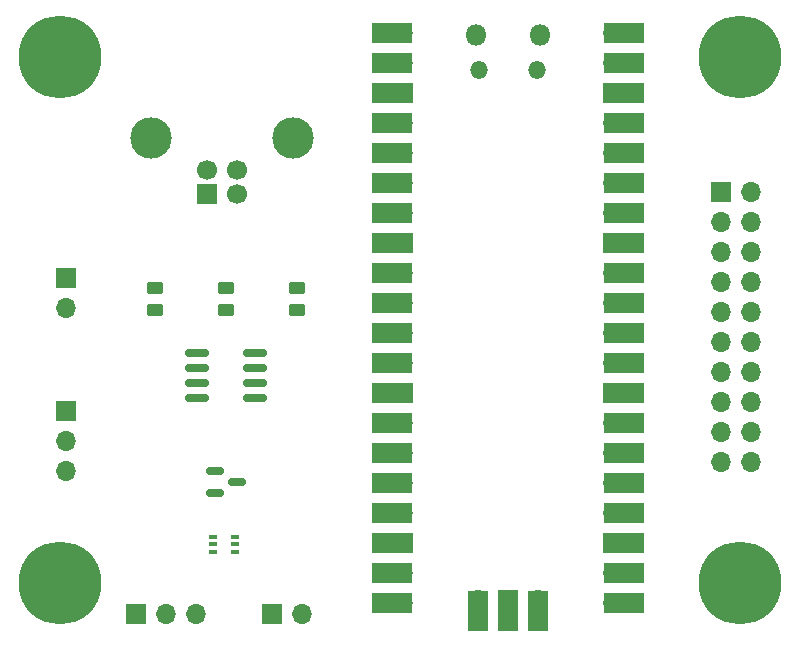
<source format=gbr>
G04 #@! TF.GenerationSoftware,KiCad,Pcbnew,(6.0.0)*
G04 #@! TF.CreationDate,2022-09-19T18:58:25+02:00*
G04 #@! TF.ProjectId,td-io,74642d69-6f2e-46b6-9963-61645f706362,rev?*
G04 #@! TF.SameCoordinates,Original*
G04 #@! TF.FileFunction,Soldermask,Top*
G04 #@! TF.FilePolarity,Negative*
%FSLAX46Y46*%
G04 Gerber Fmt 4.6, Leading zero omitted, Abs format (unit mm)*
G04 Created by KiCad (PCBNEW (6.0.0)) date 2022-09-19 18:58:25*
%MOMM*%
%LPD*%
G01*
G04 APERTURE LIST*
G04 Aperture macros list*
%AMRoundRect*
0 Rectangle with rounded corners*
0 $1 Rounding radius*
0 $2 $3 $4 $5 $6 $7 $8 $9 X,Y pos of 4 corners*
0 Add a 4 corners polygon primitive as box body*
4,1,4,$2,$3,$4,$5,$6,$7,$8,$9,$2,$3,0*
0 Add four circle primitives for the rounded corners*
1,1,$1+$1,$2,$3*
1,1,$1+$1,$4,$5*
1,1,$1+$1,$6,$7*
1,1,$1+$1,$8,$9*
0 Add four rect primitives between the rounded corners*
20,1,$1+$1,$2,$3,$4,$5,0*
20,1,$1+$1,$4,$5,$6,$7,0*
20,1,$1+$1,$6,$7,$8,$9,0*
20,1,$1+$1,$8,$9,$2,$3,0*%
G04 Aperture macros list end*
%ADD10RoundRect,0.250000X-0.450000X0.262500X-0.450000X-0.262500X0.450000X-0.262500X0.450000X0.262500X0*%
%ADD11R,0.650000X0.400000*%
%ADD12RoundRect,0.150000X-0.825000X-0.150000X0.825000X-0.150000X0.825000X0.150000X-0.825000X0.150000X0*%
%ADD13R,1.700000X1.700000*%
%ADD14C,1.700000*%
%ADD15C,3.500000*%
%ADD16O,1.700000X1.700000*%
%ADD17O,1.500000X1.500000*%
%ADD18O,1.800000X1.800000*%
%ADD19R,3.500000X1.700000*%
%ADD20R,1.700000X3.500000*%
%ADD21RoundRect,0.150000X-0.587500X-0.150000X0.587500X-0.150000X0.587500X0.150000X-0.587500X0.150000X0*%
%ADD22C,7.000000*%
G04 APERTURE END LIST*
D10*
G04 #@! TO.C,R1*
X180000000Y-68087500D03*
X180000000Y-69912500D03*
G04 #@! TD*
D11*
G04 #@! TO.C,D1*
X184900000Y-89125000D03*
X184900000Y-89775000D03*
X184900000Y-90425000D03*
X186800000Y-90425000D03*
X186800000Y-89775000D03*
X186800000Y-89125000D03*
G04 #@! TD*
D10*
G04 #@! TO.C,R3*
X192000000Y-68087500D03*
X192000000Y-69912500D03*
G04 #@! TD*
G04 #@! TO.C,R2*
X186000000Y-68087500D03*
X186000000Y-69912500D03*
G04 #@! TD*
D12*
G04 #@! TO.C,U1*
X183525000Y-73595000D03*
X183525000Y-74865000D03*
X183525000Y-76135000D03*
X183525000Y-77405000D03*
X188475000Y-77405000D03*
X188475000Y-76135000D03*
X188475000Y-74865000D03*
X188475000Y-73595000D03*
G04 #@! TD*
D13*
G04 #@! TO.C,J1*
X184450000Y-60077500D03*
D14*
X186950000Y-60077500D03*
X186950000Y-58077500D03*
X184450000Y-58077500D03*
D15*
X179680000Y-55367500D03*
X191720000Y-55367500D03*
G04 #@! TD*
D13*
G04 #@! TO.C,J2*
X189925000Y-95700000D03*
D16*
X192465000Y-95700000D03*
G04 #@! TD*
D17*
G04 #@! TO.C,U2*
X207475000Y-49630000D03*
D18*
X207175000Y-46600000D03*
D17*
X212325000Y-49630000D03*
D18*
X212625000Y-46600000D03*
D16*
X201010000Y-46470000D03*
D19*
X200110000Y-46470000D03*
X200110000Y-49010000D03*
D16*
X201010000Y-49010000D03*
D19*
X200110000Y-51550000D03*
D13*
X201010000Y-51550000D03*
D16*
X201010000Y-54090000D03*
D19*
X200110000Y-54090000D03*
X200110000Y-56630000D03*
D16*
X201010000Y-56630000D03*
D19*
X200110000Y-59170000D03*
D16*
X201010000Y-59170000D03*
X201010000Y-61710000D03*
D19*
X200110000Y-61710000D03*
D13*
X201010000Y-64250000D03*
D19*
X200110000Y-64250000D03*
D16*
X201010000Y-66790000D03*
D19*
X200110000Y-66790000D03*
D16*
X201010000Y-69330000D03*
D19*
X200110000Y-69330000D03*
X200110000Y-71870000D03*
D16*
X201010000Y-71870000D03*
D19*
X200110000Y-74410000D03*
D16*
X201010000Y-74410000D03*
D13*
X201010000Y-76950000D03*
D19*
X200110000Y-76950000D03*
X200110000Y-79490000D03*
D16*
X201010000Y-79490000D03*
D19*
X200110000Y-82030000D03*
D16*
X201010000Y-82030000D03*
X201010000Y-84570000D03*
D19*
X200110000Y-84570000D03*
D16*
X201010000Y-87110000D03*
D19*
X200110000Y-87110000D03*
X200110000Y-89650000D03*
D13*
X201010000Y-89650000D03*
D16*
X201010000Y-92190000D03*
D19*
X200110000Y-92190000D03*
D16*
X201010000Y-94730000D03*
D19*
X200110000Y-94730000D03*
X219690000Y-94730000D03*
D16*
X218790000Y-94730000D03*
D19*
X219690000Y-92190000D03*
D16*
X218790000Y-92190000D03*
D13*
X218790000Y-89650000D03*
D19*
X219690000Y-89650000D03*
X219690000Y-87110000D03*
D16*
X218790000Y-87110000D03*
D19*
X219690000Y-84570000D03*
D16*
X218790000Y-84570000D03*
D19*
X219690000Y-82030000D03*
D16*
X218790000Y-82030000D03*
D19*
X219690000Y-79490000D03*
D16*
X218790000Y-79490000D03*
D13*
X218790000Y-76950000D03*
D19*
X219690000Y-76950000D03*
D16*
X218790000Y-74410000D03*
D19*
X219690000Y-74410000D03*
D16*
X218790000Y-71870000D03*
D19*
X219690000Y-71870000D03*
X219690000Y-69330000D03*
D16*
X218790000Y-69330000D03*
X218790000Y-66790000D03*
D19*
X219690000Y-66790000D03*
D13*
X218790000Y-64250000D03*
D19*
X219690000Y-64250000D03*
X219690000Y-61710000D03*
D16*
X218790000Y-61710000D03*
D19*
X219690000Y-59170000D03*
D16*
X218790000Y-59170000D03*
X218790000Y-56630000D03*
D19*
X219690000Y-56630000D03*
D16*
X218790000Y-54090000D03*
D19*
X219690000Y-54090000D03*
D13*
X218790000Y-51550000D03*
D19*
X219690000Y-51550000D03*
D16*
X218790000Y-49010000D03*
D19*
X219690000Y-49010000D03*
X219690000Y-46470000D03*
D16*
X218790000Y-46470000D03*
D20*
X207360000Y-95400000D03*
D16*
X207360000Y-94500000D03*
D13*
X209900000Y-94500000D03*
D20*
X209900000Y-95400000D03*
D16*
X212440000Y-94500000D03*
D20*
X212440000Y-95400000D03*
G04 #@! TD*
D13*
G04 #@! TO.C,J5*
X172500000Y-67225000D03*
D16*
X172500000Y-69765000D03*
G04 #@! TD*
D13*
G04 #@! TO.C,J6*
X227960000Y-59960000D03*
D16*
X230500000Y-59960000D03*
X227960000Y-62500000D03*
X230500000Y-62500000D03*
X227960000Y-65040000D03*
X230500000Y-65040000D03*
X227960000Y-67580000D03*
X230500000Y-67580000D03*
X227960000Y-70120000D03*
X230500000Y-70120000D03*
X227960000Y-72660000D03*
X230500000Y-72660000D03*
X227960000Y-75200000D03*
X230500000Y-75200000D03*
X227960000Y-77740000D03*
X230500000Y-77740000D03*
X227960000Y-80280000D03*
X230500000Y-80280000D03*
X227960000Y-82820000D03*
X230500000Y-82820000D03*
G04 #@! TD*
D13*
G04 #@! TO.C,J3*
X178375000Y-95700000D03*
D16*
X180915000Y-95700000D03*
X183455000Y-95700000D03*
G04 #@! TD*
D21*
G04 #@! TO.C,Q2*
X185062500Y-83550000D03*
X185062500Y-85450000D03*
X186937500Y-84500000D03*
G04 #@! TD*
D22*
G04 #@! TO.C,H4*
X229500000Y-93000000D03*
G04 #@! TD*
D13*
G04 #@! TO.C,J4*
X172500000Y-78475000D03*
D16*
X172500000Y-81015000D03*
X172500000Y-83555000D03*
G04 #@! TD*
D22*
G04 #@! TO.C,H3*
X172000000Y-93000000D03*
G04 #@! TD*
G04 #@! TO.C,H2*
X229500000Y-48500000D03*
G04 #@! TD*
G04 #@! TO.C,H1*
X172000000Y-48500000D03*
G04 #@! TD*
M02*

</source>
